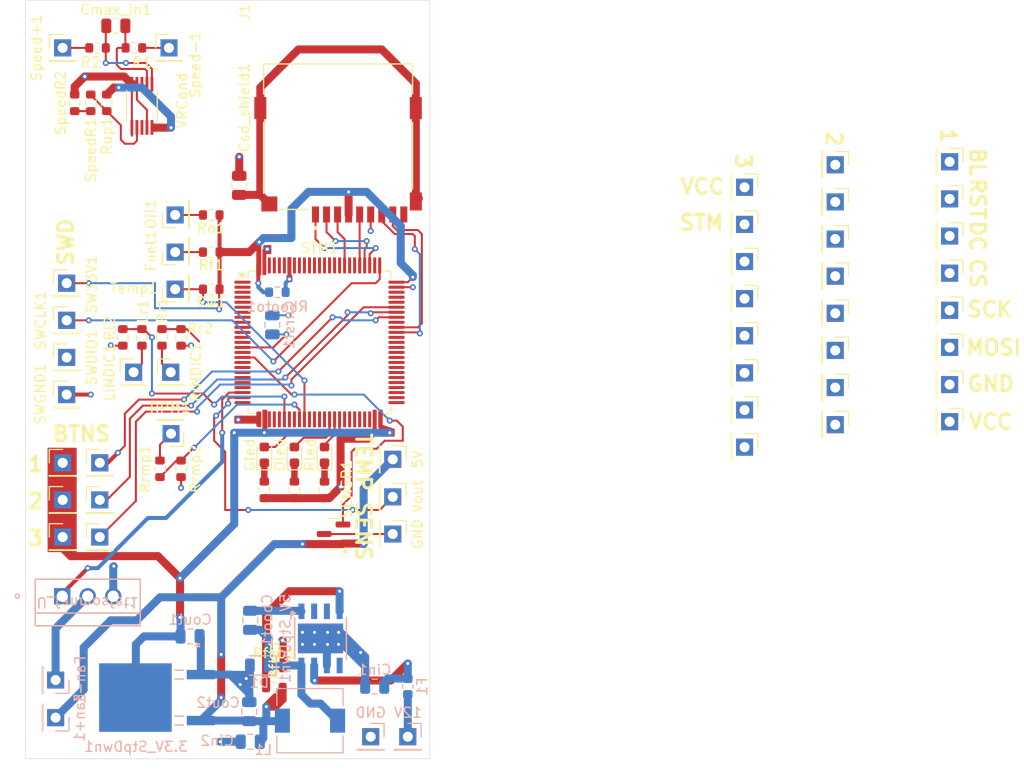
<source format=kicad_pcb>
(kicad_pcb (version 20240108) (generator "pcbnew") (generator_version "8.0")
  (layers (0 "F.Cu" signal) (1 "In1.Cu" signal) (2 "In2.Cu" signal) (31 "B.Cu" signal) (34 "B.Paste" user) (35 "F.Paste" user) (36 "B.SilkS" user "B.Silkscreen") (37 "F.SilkS" user "F.Silkscreen") (38 "B.Mask" user) (39 "F.Mask" user) (44 "Edge.Cuts" user))
  (net 0 "")
  (net 1 "Net-(5V_StpDwn1-PH)")
  (net 2 "GND")
  (net 3 "Net-(5V_StpDwn1-BOOT)")
  (net 4 "Net-(BL_SPI1-Pin_1)")
  (net 5 "Net-(CS_SPI1-Pin_1)")
  (net 6 "Net-(CS_SPI2-Pin_1)")
  (net 7 "Net-(CS_SPI3-Pin_1)")
  (net 8 "+3.3V")
  (net 9 "Net-(DC_SPI1-Pin_1)")
  (net 10 "Net-(DC_SPI2-Pin_1)")
  (net 11 "Net-(DC_SPI3-Pin_1)")
  (net 12 "Net-(5V_StpDwn1-VSENSE)")
  (net 13 "Fuel")
  (net 15 "SD_CMD")
  (net 16 "SD_DAT0")
  (net 17 "SD_DAT3")
  (net 18 "SD_DAT1")
  (net 19 "SD_CLK")
  (net 20 "SD_DAT2")
  (net 21 "VCC")
  (net 22 "Net-(LINDIC1-Pin_1)")
  (net 23 "+5V")
  (net 24 "Net-(STM1-BOOT0)")
  (net 25 "Net-(MOSI_SPI1-Pin_1)")
  (net 26 "Net-(MOSI_SPI2-Pin_1)")
  (net 27 "Net-(MOSI_SPI3-Pin_1)")
  (net 28 "Net-(VRConditioner1-IN+)")
  (net 29 "Oil")
  (net 30 "WTemp")
  (net 31 "LIndicator")
  (net 32 "RIndicator")
  (net 33 "Net-(VRConditioner1-IN-)")
  (net 34 "RPM")
  (net 35 "Net-(RPM1-Pin_1)")
  (net 36 "Net-(Speed+1-Pin_1)")
  (net 37 "Net-(Speed-1-Pin_1)")
  (net 38 "Speed")
  (net 39 "Net-(STM1-NRST)")
  (net 40 "Net-(RST_SPI1-Pin_1)")
  (net 41 "Net-(RST_SPI2-Pin_1)")
  (net 42 "Net-(RST_SPI3-Pin_1)")
  (net 43 "Net-(SCK_SPI1-Pin_1)")
  (net 44 "Net-(SCK_SPI2-Pin_1)")
  (net 45 "Net-(SCK_SPI3-Pin_1)")
  (net 46 "SWCLK")
  (net 47 "SWDIO")
  (net 48 "Net-(Csd_shield1-Pad2)")
  (net 49 "Net-(LED1-A)")
  (net 50 "Net-(LED2-A)")
  (net 51 "Net-(LED3-A)")
  (net 52 "Net-(RINDIC1-Pin_1)")
  (net 53 "Net-(VRConditioner1-COUT)")
  (net 56 "Net-(Vcc1-Pin_1)")
  (net 65 "Button1")
  (net 66 "Button2")
  (net 85 "Button3")
  (net 91 "Net-(LED1-K)")
  (net 107 "Net-(LED2-K)")
  (net 108 "Net-(LED3-K)")
  (net 109 "TEMP2")
  (net 110 "TEMP1")
  (net 111 "Net-(Fan-1-Pin_1)")
  (net 112 "FANCTRL")
  (footprint "Resistor_SMD:R_0603_1608Metric" (layer "F.Cu") (at 149.3 67.325 90)
    (property "Reference" "SpeedR2")
    (property "Value" "20k")
  )
  (footprint "Resistor_SMD:R_0603_1608Metric" (layer "F.Cu") (at 174.2 105.9 90)
    (property "Reference" "Rled3" (hide yes))
    (property "Value" "150")
  )
  (footprint "Connector_PinHeader_2.54mm:PinHeader_1x01_P2.54mm_Vertical" (layer "F.Cu") (at 216.06 90.54 -90)
    (property "Reference" "SCK_SPI3" (hide yes))
    (property "Value" "Conn_01x01_Pin")
  )
  (footprint "Connector_PinHeader_2.54mm:PinHeader_1x01_P2.54mm_Vertical" (layer "F.Cu") (at 148.5 96.4)
    (property "Reference" "SWGND1")
    (property "Value" "Conn_01x01_Pin")
  )
  (footprint "Connector_PinHeader_2.54mm:PinHeader_1x01_P2.54mm_Vertical" (layer "F.Cu") (at 236.5 91.7 -90)
    (property "Reference" "MOSI_SPI1" (hide yes))
    (property "Value" "Conn_01x01_Pin")
  )
  (footprint "Connector_PinHeader_2.54mm:PinHeader_1x01_P2.54mm_Vertical" (layer "F.Cu") (at 236.5 99.1 -90)
    (property "Reference" "VCC_SPI_1" (hide yes))
    (property "Value" "Conn_01x01_Pin")
  )
  (footprint "Resistor_SMD:R_0603_1608Metric" (layer "F.Cu") (at 162.9125 85.9 180)
    (property "Reference" "Rw1")
    (property "Value" "100")
  )
  (footprint "Connector_PinHeader_2.54mm:PinHeader_1x01_P2.54mm_Vertical" (layer "F.Cu") (at 225.1 80.9 -90)
    (property "Reference" "DC_SPI2" (hide yes))
    (property "Value" "Conn_01x01_Pin")
  )
  (footprint "Connector_PinHeader_2.54mm:PinHeader_1x01_P2.54mm_Vertical" (layer "F.Cu") (at 148.5 89)
    (property "Reference" "SWCLK1")
    (property "Value" "Conn_01x01_Pin")
  )
  (footprint "Connector_PinHeader_2.54mm:PinHeader_1x01_P2.54mm_Vertical" (layer "F.Cu") (at 148.5 92.7)
    (property "Reference" "SWDIO1")
    (property "Value" "Conn_01x01_Pin")
  )
  (footprint "Connector_PinHeader_2.54mm:PinHeader_1x01_P2.54mm_Vertical" (layer "F.Cu") (at 151.8 106.9)
    (property "Reference" "ButtonInput_2" (hide yes))
    (property "Value" "Conn_01x01_Pin")
  )
  (footprint "Connector_PinHeader_2.54mm:PinHeader_1x01_P2.54mm_Vertical" (layer "F.Cu") (at 159.3875 78.42988 90)
    (property "Reference" "Oil1")
    (property "Value" "Conn_01x01_Pin")
  )
  (footprint "Connector_PinHeader_2.54mm:PinHeader_1x01_P2.54mm_Vertical" (layer "F.Cu") (at 216.06 94.24 -90)
    (property "Reference" "MOSI_SPI3" (hide yes))
    (property "Value" "Conn_01x01_Pin")
  )
  (footprint "Connector_PinHeader_2.54mm:PinHeader_1x01_P2.54mm_Vertical" (layer "F.Cu") (at 151.8 110.6)
    (property "Reference" "ButtonInput_3" (hide yes))
    (property "Value" "Conn_01x01_Pin")
  )
  (footprint "Resistor_SMD:R_0603_1608Metric" (layer "F.Cu") (at 159.9 90.7 -90)
    (property "Reference" "Rr2")
    (property "Value" "10k")
  )
  (footprint "Connector_PinHeader_2.54mm:PinHeader_1x01_P2.54mm_Vertical" (layer "F.Cu") (at 158.7 61.85)
    (property "Reference" "Speed-1")
    (property "Value" "Conn_01x01_Pin")
  )
  (footprint "LED_SMD:LED_0603_1608Metric" (layer "F.Cu") (at 174.2 102.4125 90)
    (property "Reference" "Rled")
    (property "Value" "Red")
  )
  (footprint "Resistor_SMD:R_0603_1608Metric" (layer "F.Cu") (at 162.9125 82.2 180)
    (property "Reference" "Rf1")
    (property "Value" "100")
  )
  (footprint "Capacitor_SMD:C_0805_2012Metric" (layer "F.Cu") (at 165.7 75.55 -90)
    (property "Reference" "Csd_shield1")
    (property "Value" "50nF")
  )
  (footprint "Connector_PinHeader_2.54mm:PinHeader_1x01_P2.54mm_Vertical" (layer "F.Cu") (at 236.5 95.4 -90)
    (property "Reference" "GND_SPI_1" (hide yes))
    (property "Value" "Conn_01x01_Pin")
  )
  (footprint "LED_SMD:LED_0603_1608Metric" (layer "F.Cu") (at 171.2 102.4125 90)
    (property "Reference" "Oled")
    (property "Value" "Orange")
  )
  (footprint "Connector_PinHeader_2.54mm:PinHeader_1x01_P2.54mm_Vertical" (layer "F.Cu") (at 148.5 85.3)
    (property "Reference" "SW33V1")
    (property "Value" "Conn_01x01_Pin")
  )
  (footprint "Connector_PinHeader_2.54mm:PinHeader_1x01_P2.54mm_Vertical" (layer "F.Cu") (at 216.06 86.84 -90)
    (property "Reference" "CS_SPI3" (hide yes))
    (property "Value" "Conn_01x01_Pin")
  )
  (footprint "Connector_PinHeader_2.54mm:PinHeader_1x01_P2.54mm_Vertical" (layer "F.Cu") (at 225.1 95.7 -90)
    (property "Reference" "GND_SPI_2" (hide yes))
    (property "Value" "Conn_01x01_Pin")
  )
  (footprint "Resistor_SMD:R_0603_1608Metric" (layer "F.Cu") (at 158 90.7 90)
    (property "Reference" "Rr1")
    (property "Value" "40k")
  )
  (footprint "Connector_PinHeader_2.54mm:PinHeader_1x01_P2.54mm_Vertical" (layer "F.Cu") (at 236.5 80.6 -90)
    (property "Reference" "DC_SPI1" (hide yes))
    (property "Value" "Conn_01x01_Pin")
  )
  (footprint "Connector_PinHeader_2.54mm:PinHeader_1x01_P2.54mm_Vertical" (layer "F.Cu") (at 225.1 88.3 -90)
    (property "Reference" "SCK_SPI2" (hide yes))
    (property "Value" "Conn_01x01_Pin")
  )
  (footprint "Connector_PinHeader_2.54mm:PinHeader_1x01_P2.54mm_Vertical" (layer "F.Cu") (at 148.1 110.6)
    (property "Reference" "Button3.3V_3" (hide yes))
    (property "Value" "Conn_01x01_Pin")
  )
  (footprint "Resistor_SMD:R_0603_1608Metric" (layer "F.Cu") (at 150.9 67.325 -90)
    (property "Reference" "SpeedR1")
    (property "Value" "10k")
  )
  (footprint "Connector_PinHeader_2.54mm:PinHeader_1x01_P2.54mm_Vertical" (layer "F.Cu") (at 159.3875 82.12988 90)
    (property "Reference" "Fuel1")
    (property "Value" "Conn_01x01_Pin")
  )
  (footprint "Resistor_SMD:R_0603_1608Metric" (layer "F.Cu") (at 168.2 105.9 90)
    (property "Reference" "Rled1" (hide yes))
    (property "Value" "30")
  )
  (footprint "Resistor_SMD:R_0603_1608Metric" (layer "F.Cu") (at 151.575 61.85)
    (property "Reference" "R2")
    (property "Value" "10k")
  )
  (footprint "Connector_PinHeader_2.54mm:PinHeader_1x01_P2.54mm_Vertical" (layer "F.Cu") (at 236.5 73.2 -90)
    (property "Reference" "BL_SPI1" (hide yes))
    (property "Value" "Conn_01x01_Pin")
  )
  (footprint "Connector_PinHeader_2.54mm:PinHeader_1x01_P2.54mm_Vertical" (layer "F.Cu") (at 216.06 83.14 -90)
    (property "Reference" "DC_SPI3" (hide yes))
    (property "Value" "Conn_01x01_Pin")
  )
  (footprint "Connector_PinHeader_2.54mm:PinHeader_1x01_P2.54mm_Vertical" (layer "F.Cu") (at 236.5 88 -90)
    (property "Reference" "SCK_SPI1" (hide yes))
    (property "Value" "Conn_01x01_Pin")
  )
  (footprint "MAX9924UAUB:SOP50P490X110-10N" (layer "F.Cu") (at 156 67.625 -90)
    (property "Reference" "VRCond")
    (property "Value" "MAX9924UAUB_T")
  )
  (footprint "Connector_PinHeader_2.54mm:PinHeader_1x01_P2.54mm_Vertical" (layer "F.Cu") (at 225.1 77.2 -90)
    (property "Reference" "RST_SPI2" (hide yes))
    (property "Value" "Conn_01x01_Pin")
  )
  (footprint "Connector_PinHeader_2.54mm:PinHeader_1x01_P2.54mm_Vertical" (layer "F.Cu") (at 216.06 101.64 -90)
    (property "Reference" "VCC_SPI_3" (hide yes))
    (property "Value" "Conn_01x01_Pin")
  )
  (footprint "Package_TO_SOT_SMD:SOT-23" (layer "F.Cu") (at 175.1 110.3 180)
    (property "Reference" "SENSR1")
    (property "Value" "MCP9700Ax-ETT")
  )
  (footprint "Connector_PinHeader_2.54mm:PinHeader_1x01_P2.54mm_Vertical" (layer "F.Cu") (at 148.1 106.9)
    (property "Reference" "Button3.3V_2" (hide yes))
    (property "Value" "Conn_01x01_Pin")
  )
  (footprint "Connector_PinHeader_2.54mm:PinHeader_1x01_P2.54mm_Vertical" (layer "F.Cu") (at 159.3875 85.82988 90)
    (property "Reference" "Temp1")
    (property "Value" "Conn_01x01_Pin")
  )
  (footprint "Connector_PinHeader_2.54mm:PinHeader_1x01_P2.54mm_Vertical" (layer "F.Cu") (at 148.1 61.85)
    (property "Reference" "Speed+1")
    (property "Value" "Conn_01x01_Pin")
  )
  (footprint "Connector_PinHeader_2.54mm:PinHeader_1x01_P2.54mm_Vertical" (layer "F.Cu") (at 216.06 97.94 -90)
    (property "Reference" "GND_SPI_3" (hide yes))
    (property "Value" "Conn_01x01_Pin")
  )
  (footprint "Connector_PinHeader_2.54mm:PinHeader_1x01_P2.54mm_Vertical" (layer "F.Cu") (at 151.8 103.2)
    (property "Reference" "ButtonInput_1" (hide yes))
    (property "Value" "Conn_01x01_Pin")
  )
  (footprint "Connector_PinHeader_2.54mm:PinHeader_1x01_P2.54mm_Vertical" (layer "F.Cu") (at 148.1 103.2)
    (property "Reference" "Button3.3V_1" (hide yes))
    (property "Value" "Conn_01x01_Pin")
  )
  (footprint "Connector_PinHeader_2.54mm:PinHeader_1x01_P2.54mm_Vertical" (layer "F.Cu") (at 158.87012 94.175)
    (property "Reference" "RINDIC1")
    (property "Value" "Conn_01x01_Pin")
  )
  (footprint "Connector_PinHeader_2.54mm:PinHeader_1x01_P2.54mm_Vertical" (layer "F.Cu") (at 225.1 99.4 -90)
    (property "Reference" "VCC_SPI_2" (hide yes))
    (property "Value" "Conn_01x01_Pin")
  )
  (footprint "Connector_PinHeader_2.54mm:PinHeader_1x01_P2.54mm_Vertical" (layer "F.Cu") (at 155.17012 94.175)
    (property "Reference" "LINDIC1")
    (property "Value" "Conn_01x01_Pin")
  )
  (footprint "Connector_PinHeader_2.54mm:PinHeader_1x01_P2.54mm_Vertical" (layer "F.Cu") (at 225.1 84.6 -90)
    (property "Reference" "CS_SPI2" (hide yes))
    (property "Value" "Conn_01x01_Pin")
  )
  (footprint "Package_QFP:LQFP-100_14x14mm_P0.5mm" (layer "F.Cu") (at 173.7 91.2)
    (property "Reference" "STM1")
    (property "Value" "STM32H743VITx")
  )
  (footprint "Resistor_SMD:R_0603_1608Metric" (layer "F.Cu") (at 156 90.7 90)
    (property "Reference" "Lr1")
    (property "Value" "40k")
  )
  (footprint "Resistor_SMD:R_0603_1608Metric" (layer "F.Cu") (at 159.9 103.8 90)
    (property "Reference" "Rrmp2")
    (property "Value" "10k")
  )
  (footprint "Connector_PinHeader_2.54mm:PinHeader_1x01_P2.54mm_Vertical" (layer "F.Cu") (at 181 106.6 -90)
    (property "Reference" "Vout")
    (property "Value" "Conn_01x01_Pin")
  )
  (footprint "LED_SMD:LED_0603_1608Metric" (layer "F.Cu") (at 168.2 102.4125 90)
    (property "Reference" "Gled")
    (property "Value" "Green")
  )
  (footprint "Resistor_SMD:R_0603_1608Metric" (layer "F.Cu") (at 171.2 105.9 90)
    (property "Reference" "Rled2" (hide yes))
    (property "Value" "150")
  )
  (footprint "Connector_PinHeader_2.54mm:PinHeader_1x01_P2.54mm_Vertical" (layer "F.Cu") (at 181 102.85488 -90)
    (property "Reference" "5V")
    (property "Value" "Conn_01x01_Pin")
  )
  (footprint "Resistor_SMD:R_0603_1608Metric" (layer "F.Cu") (at 162.9125 78.5 180)
    (property "Reference" "Ro1")
    (property "Value" "100")
  )
  (footprint "Connector_PinHeader_2.54mm:PinHeader_1x01_P2.54mm_Vertical" (layer "F.Cu") (at 158.82988 100.225 180)
    (property "Reference" "RPM1")
    (property "Value" "Conn_01x01_Pin")
  )
  (footprint "Resistor_SMD:R_0603_1608Metric" (layer "F.Cu") (at 157.8 103.8 90)
    (property "Reference" "Rrmp1")
    (property "Value" "40k")
  )
  (footprint "Capacitor_SMD:C_0805_2012Metric" (layer "F.Cu") (at 153.4 59.65 180)
    (property "Reference" "Cmax_in1")
    (property "Value" "1nF")
  )
  (footprint "Resistor_SMD:R_0603_1608Metric" (layer "F.Cu") (at 154.1 90.7 -90)
    (property "Reference" "Rl2")
    (property "Value" "10k")
  )
  (footprint "MSD-1-A:CUI_MSD-1-A" (layer "F.Cu") (at 175.55 70.7 180)
    (property "Reference" "J1")
    (property "Value" "MSD-1-A")
  )
  (footprint "Connector_PinHeader_2.54mm:PinHeader_1x01_P2.54mm_Vertical" (layer "F.Cu") (at 225.1 92 -90)
    (property "Reference" "MOSI_SPI2" (hide yes))
    (property "Value" "Conn_01x01_Pin")
  )
  (footprint "Connector_PinHeader_2.54mm:PinHeader_1x01_P2.54mm_Vertical" (layer "F.Cu") (at 216.06 79.44 -90)
    (property "Reference" "RST_SPI3" (hide yes))
    (property "Value" "Conn_01x01_Pin")
  )
  (footprint "Connector_PinHeader_2.54mm:PinHeader_1x01_P2.54mm_Vertical" (layer "F.Cu") (at 181 110.3 -90)
    (property "Reference" "GND")
    (property "Value" "Conn_01x01_Pin")
  )
  (footprint "Resistor_SMD:R_0603_1608Metric" (layer "F.Cu") (at 169.2 125.6)
    (property "Reference" "Rfbt1")
    (property "Value" "10k")
  )
  (footprint "Connector_PinHeader_2.54mm:PinHeader_1x01_P2.54mm_Vertical" (layer "F.Cu") (at 236.5 76.9 -90)
    (property "Reference" "RST_SPI1" (hide yes))
    (property "Value" "Conn_01x01_Pin")
  )
  (footprint "Connector_PinHeader_2.54mm:PinHeader_1x01_P2.54mm_Vertical" (layer "F.Cu") (at 216.06 75.74 -90)
    (property "Reference" "BL_SPI3" (hide yes))
    (property "Value" "Conn_01x01_Pin")
  )
  (footprint "Connector_PinHeader_2.54mm:PinHeader_1x01_P2.54mm_Vertical" (layer "F.Cu") (at 225.1 73.5 -90)
    (property "Reference" "BL_SPI2" (hide yes))
    (property "Value" "Conn_01x01_Pin")
  )
  (footprint "Resistor_SMD:R_0603_1608Metric" (layer "F.Cu") (at 152.5 67.325 90)
    (property "Reference" "Rup1")
    (property "Value" "10k")
  )
  (footprint "Resistor_SMD:R_0603_1608Metric" (layer "F.Cu") (at 169.2 123.6)
    (property "Reference" "Rfbb1")
    (property "Value" "3.24k")
  )
  (footprint "Resistor_SMD:R_0603_1608Metric" (layer "F.Cu") (at 155.2 61.85 180)
    (property "Reference" "R1")
    (property "Value" "10k")
  )
  (footprint "Connector_PinHeader_2.54mm:PinHeader_1x01_P2.54mm_Vertical" (layer "F.Cu") (at 236.5 84.3 -90)
    (property "Reference" "CS_SPI1" (hide yes))
    (property "Value" "Conn_01x01_Pin")
  )
  (footprint "Capacitor_SMD:C_0805_2012Metric" (layer "B.Cu") (at 160.8 120.5 180)
    (property "Reference" "Cout1")
    (property "Value" "10uF")
  )
  (footprint "NCV33269DTRK3.3G:DPAK-3_ONS-M" (layer "B.Cu") (at 155.4045 126.6 -90)
    (property "Reference" "3.3V_StpDwn1")
    (property "Value" "NCV33269DTRK3.3G")
  )
  (footprint "Connector_PinHeader_2.54mm:PinHeader_1x01_P2.54mm_Vertical" (layer "B.Cu") (at 182.5 130.5 180)
    (property "Reference" "12V")
    (property "Value" "Conn_01x01_Pin")
  )
  (footprint "Connector_PinHeader_2.54mm:PinHeader_1x01_P2.54mm_Vertical" (layer "B.Cu") (at 147.4 124.85 90)
    (property "Reference" "Fan-1")
    (property "Value" "Conn_01x01_Pin")
  )
  (footprint "Connector_PinHeader_2.54mm:PinHeader_1x01_P2.54mm_Vertical" (layer "B.Cu") (at 147.4 128.6 90)
    (property "Reference" "Fan+1")
    (property "Value" "Conn_01x01_Pin")
  )
  (footprint "Capacitor_SMD:C_0805_2012Metric" (layer "B.Cu") (at 166.8 118.9 90)
    (property "Reference" "Cboot1")
    (property "Value" "10nF")
  )
  (footprint "Capacitor_SMD:C_0805_2012Metric" (layer "B.Cu") (at 166.7 128 90)
    (property "Reference" "Cout2")
    (property "Value" "330uF")
  )
  (footprint "Resistor_SMD:R_0603_1608Metric" (layer "B.Cu") (at 169.5 86.2)
    (property "Reference" "Rbooto1")
    (property "Value" "10K")
  )
  (footprint "Inductor_SMD:L_6.3x6.3_H3" (layer "B.Cu") (at 172.75 128.9 180)
    (property "Reference" "L1")
    (property "Value" "15uH")
  )
  (footprint "Capacitor_SMD:C_0805_2012Metric" (layer "B.Cu") (at 179.2 125.5 180)
    (property "Reference" "Cin1")
    (property "Value" "22uF")
  )
  (footprint "Capacitor_SMD:C_0805_2012Metric" (layer "B.Cu") (at 169 89.45 90)
    (property "Reference" "Cnrst1")
    (property "Value" "100nF")
  )
  (footprint "Diode_SMD:D_0805_2012Metric" (layer "B.Cu") (at 167.7 123.4 180)
    (property "Reference" "D1")
    (property "Value" "550mV 5A")
  )
  (footprint "Capacitor_SMD:C_0805_2012Metric" (layer "B.Cu") (at 166.8 131 180)
    (property "Reference" "Cin2")
    (property "Value" "22uF")
  )
  (footprint "Fuse:Fuse_0603_1608Metric" (layer "B.Cu") (at 182.5 125.5 90)
    (property "Reference" "F1")
    (property "Value" "1.5A")
  )
  (footprint "Package_SO:TI_SO-PowerPAD-8_ThermalVias" (layer "B.Cu") (at 173.8 120.7 -90)
    (property "Reference" "5V_StpDwn1")
    (property "Value" "TPS5430DDA")
  )
  (footprint "Connector_PinHeader_2.54mm:PinHeader_1x01_P2.54mm_Vertical" (layer "B.Cu") (at 178.8 130.5 180)
    (property "Reference" "GND")
    (property "Value" "Conn_01x01_Pin")
  )
  (footprint "IRL540NPBF:PG-TO220-3_INF" (layer "B.Cu") (at 148.06 116.5)
    (property "Reference" "U_fanmosfet1")
    (property "Value" "IRL540NPBF")
  )
  (gr_poly (pts (xy 170.6 84.6) (xy 170.5 84.6) (xy 170.5 85.1) (xy 170.9 85.1) (xy 170.9 84.6) (xy 170.8 84.6) (xy 170.8 82.8) (xy 170.6 82.8)) (stroke (width 0.2)) (fill solid) (layer "F.Cu") (net 24))
  (gr_poly (pts (xy 168.1 84.4) (xy 168.3 84.4) (xy 168.3 82.3) (xy 168.8 82.3) (xy 168.8 81.6) (xy 168.2 81.6) (xy 168.2 82) (xy 168.1 82)) (stroke (width 0.2)) (fill solid) (layer "F.Cu") (net 2))
  (gr_poly (pts (xy 146.7 101.8) (xy 149.4 101.8) (xy 149.4 112) (xy 146.7 112)) (stroke (width 0.2)) (fill solid) (layer "F.Cu") (net 8))
  (gr_poly (pts (xy 168.1 98) (xy 168.4 98) (xy 168.4 100.5) (xy 168.1 100.5)) (stroke (width 0.2)) (fill solid) (layer "F.Cu") (net 8))
  (gr_poly (pts (xy 179.1 98) (xy 179.3 98) (xy 179.3 100.3) (xy 178.7 101) (xy 178.4 100.5) (xy 178.9 100.2) (xy 179.1 99.7)) (stroke (width 0.2)) (fill solid) (layer "F.Cu") (net 2))
  (gr_poly (pts (xy 179.7 98) (xy 179.9 98) (xy 179.9 99.5) (xy 181.1 99.9) (xy 181.1 100.5) (xy 179.7 100.5)) (stroke (width 0.2)) (fill solid) (layer "F.Cu") (net 8))
  (gr_poly (pts (xy 167.8 81.3) (xy 167.8 84.4) (xy 167.5 84.4) (xy 167.5 81.6)) (stroke (width 0.2)) (fill solid) (layer "F.Cu") (net 8))
  (gr_poly (pts (xy 165.3 98.6) (xy 165.3 99.2) (xy 167.5 99.2) (xy 167.5 99.5) (xy 167.8 99.5) (xy 167.8 98.2) (xy 167.5 98.2) (xy 167.5 98.6)) (stroke (width 0.2)) (fill solid) (layer "F.Cu") (net 2))
  (gr_rect (start 144.4 57.1) (end 184.7 132.7) (stroke (width 0.05)) (fill none) (layer "Edge.Cuts"))
  (gr_text "1" (at 145.4 104.2 0) (layer "F.SilkS") (effects (font (size 1.5 1.5) (thickness 0.3) (bold yes)) (justify bottom)))
  (gr_text "STM" (at 211.76 80.14 0) (layer "F.SilkS") (effects (font (size 1.5 1.5) (thickness 0.3) (bold yes)) (justify bottom)))
  (gr_text "VCC" (at 211.86 76.54 0) (layer "F.SilkS") (effects (font (size 1.5 1.5) (thickness 0.3) (bold yes)) (justify bottom)))
  (gr_text "SWD" (at 149.3 81.2 90) (layer "F.SilkS") (effects (font (size 1.5 1.5) (thickness 0.3) (bold yes)) (justify bottom)))
  (gr_text "TEMP SENS" (at 177.2 106.6 -90) (layer "F.SilkS") (effects (font (size 1.5 1.5) (thickness 0.3) (bold yes)) (justify bottom)))
  (gr_text "VCC" (at 240.6 100 0) (layer "F.SilkS") (effects (font (size 1.5 1.5) (thickness 0.3) (bold yes)) (justify bottom)))
  (gr_text "2" (at 224.1 70.9 -90) (layer "F.SilkS") (effects (font (size 1.5 1.5) (thickness 0.3) (bold yes)) (justify bottom)))
  (gr_text "2" (at 145.4 107.9 0) (layer "F.SilkS") (effects (font (size 1.5 1.5) (thickness 0.3) (bold yes)) (justify bottom)))
  (gr_text "SCK" (at 240.5 88.8 0) (layer "F.SilkS") (effects (font (size 1.5 1.5) (thickness 0.3) (bold yes)) (justify bottom)))
  (gr_text "DC" (at 238.4 80.6 -90) (layer "F.SilkS") (effects (font (size 1.5 1.5) (thickness 0.3) (bold yes)) (justify bottom)))
  (gr_text "1" (at 235.5 70.6 -90) (layer "F.SilkS") (effects (font (size 1.5 1.5) (thickness 0.3) (bold yes)) (justify bottom)))
  (gr_text "BL" (at 238.4 73.2 -90) (layer "F.SilkS") (effects (font (size 1.5 1.5) (thickness 0.3) (bold yes)) (justify bottom)))
  (gr_text "BTNS" (at 150 101.2 0) (layer "F.SilkS") (effects (font (size 1.5 1.5) (thickness 0.3) (bold yes)) (justify bottom)))
  (gr_text "GND" (at 240.6 96.2 0) (layer "F.SilkS") (effects (font (size 1.5 1.5) (thickness 0.3) (bold yes)) (justify bottom)))
  (gr_text "MOSI" (at 240.9 92.6 0) (layer "F.SilkS") (effects (font (size 1.5 1.5) (thickness 0.3) (bold yes)) (justify bottom)))
  (gr_text "RST" (at 238.4 76.9 -90) (layer "F.SilkS") (effects (font (size 1.5 1.5) (thickness 0.3) (bold yes)) (justify bottom)))
  (gr_text "CS" (at 238.4 84.3 -90) (layer "F.SilkS") (effects (font (size 1.5 1.5) (thickness 0.3) (bold yes)) (justify bottom)))
  (gr_text "3" (at 215.06 73.14 -90) (layer "F.SilkS") (effects (font (size 1.5 1.5) (thickness 0.3) (bold yes)) (justify bottom)))
  (gr_text "3" (at 145.4 111.6 0) (layer "F.SilkS") (effects (font (size 1.5 1.5) (thickness 0.3) (bold yes)) (justify bottom)))
  (segment (start 175.5 128.9) (end 173.8 127.2) (width 0.8) (layer "B.Cu") (net 1))
  (segment (start 172.8 127.2) (end 171.895 126.295) (width 0.8) (layer "B.Cu") (net 1))
  (segment (start 167.75 119.85) (end 168.6375 120.7375) (width 0.8) (layer "B.Cu") (net 1))
  (segment (start 168.6375 123.4) (end 171.895 123.4) (width 0.8) (layer "B.Cu") (net 1))
  (segment (start 173.8 127.2) (end 172.8 127.2) (width 0.8) (layer "B.Cu") (net 1))
  (segment (start 171.895 126.295) (end 171.895 123.4) (width 0.8) (layer "B.Cu") (net 1))
  (segment (start 166.8 119.85) (end 167.75 119.85) (width 0.8) (layer "B.Cu") (net 1))
  (segment (start 168.6375 120.7375) (end 168.6375 123.4) (width 0.8) (layer "B.Cu") (net 1))
  (segment (start 178.8 78.45) (end 178.8 80.1) (width 0.2) (layer "F.Cu") (net 2))
  (segment (start 165.625 98.875) (end 165.6 98.9) (width 0.2) (layer "F.Cu") (net 2))
  (segment (start 159.9 91.525) (end 160.875 91.525) (width 0.2) (layer "F.Cu") (net 2))
  (segment (start 152.925 91.525) (end 152.9 91.5) (width 0.2) (layer "F.Cu") (net 2))
  (segment (start 155 65.475) (end 155.5 65.475) (width 0.2) (layer "F.Cu") (net 2))
  (segment (start 170.025 120.925) (end 170 120.9) (width 0.8) (layer "F.Cu") (net 2))
  (segment (start 155.5 67.025) (end 156.5 68.025) (width 0.2) (layer "F.Cu") (net 2))
  (segment (start 174.675 106.725) (end 175.8 105.6) (width 0.8) (layer "F.Cu") (net 2))
  (segment (start 155 65.475) (end 155 69.775) (width 0.2) (layer "F.Cu") (net 2))
  (segment (start 159.9 104.625) (end 159.9 105.7) (width 0.2) (layer "F.Cu") (net 2))
  (segment (start 181.375 85.7) (end 183 85.7) (width 0.2) (layer "F.Cu") (net 2))
  (segment (start 178.5 100.8) (end 178.6 100.7) (width 0.8) (layer "F.Cu") (net 2))
  (segment (start 149.3 66.5) (end 149.3 65.7) (width 0.8) (layer "F.Cu") (net 2))
  (segment (start 155.5 65.475) (end 155.5 67.025) (width 0.2) (layer "F.Cu") (net 2))
  (segment (start 175.8 100.8) (end 178.5 100.8) (width 0.8) (layer "F.Cu") (net 2))
  (segment (start 148.5 96.4) (end 150.9 96.4) (width 0.4) (layer "F.Cu") (net 2))
  (segment (start 160.875 91.525) (end 160.9 91.5) (width 0.2) (layer "F.Cu") (net 2))
  (segment (start 174.2 106.725) (end 174.675 106.725) (width 0.8) (layer "F.Cu") (net 2))
  (segment (start 154.225 64.7) (end 155 65.475) (width 0.8) (layer "F.Cu") (net 2))
  (segment (start 155 69.775) (end 155 70.6) (width 0.2) (layer "F.Cu") (net 2))
  (segment (start 155 65.475) (end 155.26 65.475) (width 0.8) (layer "F.Cu") (net 2))
  (segment (start 156.5 68.025) (end 156.5 69.775) (width 0.2) (layer "F.Cu") (net 2))
  (segment (start 170.025 123.6) (end 170.025 120.925) (width 0.8) (layer "F.Cu") (net 2))
  (segment (start 168.2 106.725) (end 171.2 106.725) (width 0.8) (layer "F.Cu") (net 2))
  (segment (start 165.7 74.6) (end 165.7 72.7) (width 0.8) (layer "F.Cu") (net 2))
  (segment (start 154.1 91.525) (end 152.925 91.525) (width 0.2) (layer "F.Cu") (net 2))
  (segment (start 174.1625 110.3) (end 181 110.3) (width 0.2) (layer "F.Cu") (net 2))
  (segment (start 149.3 65.7) (end 150.3 64.7) (width 0.8) (layer "F.Cu") (net 2))
  (segment (start 150.3 64.7) (end 154.225 64.7) (width 0.8) (layer "F.Cu") (net 2))
  (segment (start 171.2 106.725) (end 174.2 106.725) (width 0.8) (layer "F.Cu") (net 2))
  (segment (start 175.8 105.6) (end 175.8 100.8) (width 0.8) (layer "F.Cu") (net 2))
  (via (at 166.4 124.7) (size 0.6) (drill 0.3) (layers "F.Cu" "B.Cu") (net 2))
  (via (at 160.9 91.5) (size 0.6) (drill 0.3) (layers "F.Cu" "B.Cu") (net 2))
  (via (at 165.7 72.7) (size 0.6) (drill 0.3) (layers "F.Cu" "B.Cu") (net 2))
  (via (at 150.3 64.7) (size 0.6) (drill 0.3) (layers "F.Cu" "B.Cu") (net 2))
  (via (at 178.8 80.1) (size 0.6) (drill 0.3) (layers "F.Cu" "B.Cu") (net 2))
  (via (at 170 120.9) (size 0.6) (drill 0.3) (layers "F.Cu" "B.Cu") (net 2))
  (via (at 183 85.7) (size 0.6) (drill 0.3) (layers "F.Cu" "B.Cu") (net 2))
  (via (at 152.9 91.5) (size 0.6) (drill 0.3) (layers "F.Cu" "B.Cu") (net 2))
  (via (at 165.8 125.3) (size 0.6) (drill 0.3) (layers "F.Cu" "B.Cu") (net 2))
  (via (at 170.6 88.5) (size 0.6) (drill 0.3) (layers "F.Cu" "B.Cu") (net 2))
  (via (at 150.9 96.4) (size 0.6) (drill 0.3) (layers "F.Cu" "B.Cu") (net 2))
  (via (at 168.5 81.9) (size 0.6) (drill 0.3) (layers "F.Cu" "B.Cu") (net 2))
  (via (at 165.6 98.9) (size 0.6) (drill 0.3) (layers "F.Cu" "B.Cu") (net 2))
  (via (at 177.8 122.1) (size 0.6) (drill 0.3) (layers "F.Cu" "B.Cu") (net 2))
  (via (at 163.8 131) (size 0.6) (drill 0.3) (layers "F.Cu" "B.Cu") (net 2))
  (via (at 153.2 113.5) (size 0.6) (drill 0.3) (layers "F.Cu" "B.Cu") (net 2))
  (via (at 175.8 105.6) (size 0.6) (drill 0.3) (layers "F.Cu" "B.Cu") (net 2))
  (via (at 159.9 105.7) (size 0.6) (drill 0.3) (layers "F.Cu" "B.Cu") (net 2))
  (segment (start 175.6 120.1) (end 175.8 120.1) (width 0.8) (layer "B.Cu") (net 2))
  (segment (start 164.809999 124.309999) (end 165.8 125.3) (width 0.8) (layer "B.Cu") (net 2))
  (segment (start 178.25 123.5) (end 178.25 122.55) (width 0.8) (layer "B.Cu") (net 2))
  (segment (start 153.14 113.56) (end 153.2 113.5) (width 0.8) (layer "B.Cu") (net 2))
  (segment (start 166.4 124.3375) (end 164.8375 124.3375) (width 0.8) (layer "B.Cu") (net 2))
  (segment (start 174.435 121.335) (end 174.435 123.4) (width 0.8) (layer "B.Cu") (net 2))
  (segment (start 166.7 127.05) (end 166.7 126.2) (width 0.8) (layer "B.Cu") (net 2))
  (segment (start 174.435 121.335) (end 173.8 120.7) (width 0.8) (layer "B.Cu") (net 2))
  (segment (start 175.6 121.3) (end 177 121.3) (width 0.8) (layer "B.Cu") (net 2))
  (segment (start 166.7 123.4625) (end 166.7625 123.4) (width 0.8) (layer "B.Cu") (net 2))
  (segment (start 176.05 121.3) (end 178.25 123.5) (width 0.8) (layer "B.Cu") (net 2))
  (segment (start 166.4 124.3375) (end 166.4 124.7) (width 0.8) (layer "B.Cu") (net 2))
  (segment (start 166.7625 124.3375) (end 166.4 124.7) (width 0.8) (layer "B.Cu") (net 2))
  (segment (start 169 88.5) (end 170.6 88.5) (width 0.2) (layer "B.Cu") (net 2))
  (segment (start 153.14 116.5) (end 153.14 113.56) (width 0.8) (layer "B.Cu") (net 2))
  (segment (start 175.8 120.1) (end 177 121.3) (width 0.8) (layer "B.Cu") (net 2))
  (segment (start 178.25 125.5) (end 178.25 123.5) (width 0.8) (layer "B.Cu") (net 2))
  (segment (start 166.7 126.2) (end 165.8 125.3) (width 0.8) (layer "B.Cu") (net 2))
  (segment (start 171.9625 121.2625) (end 172 121.3) (width 0.8) (layer "B.Cu") (net 2))
  (segment (start 166.7625 124.3375) (end 166.4 124.3375) (width 0.8) (layer "B.Cu") (net 2))
  (segment (start 166.4 124.7) (end 165.8 125.3) (width 0.8) (layer "B.Cu") (net 2))
  (segment (start 161.8688 124.309999) (end 161.8688 120.6188) (width 0.8) (layer "B.Cu") (net 2))
  (segment (start 166.7625 123.4) (end 166.7625 124.3375) (width 0.8) (layer "B.Cu") (net 2))
  (segment (start 178.25 122.55) (end 177.8 122.1) (width 0.8) (layer "B.Cu") (net 2))
  (segment (start 161.8688 124.309999) (end 164.809999 124.309999) (width 0.8) (layer "B.Cu") (net 2))
  (segment (start 175.6 121.3) (end 176.05 121.3) (width 0.8) (layer "B.Cu") (net 2))
  (segment (start 164.8375 124.3375) (end 164.809999 124.309999) (width 0.8) (layer "B.Cu") (net 2))
  (segment (start 165.85 131) (end 163.8 131) (width 0.8) (layer "B.Cu") (net 2))
  (segment (start 177 121.3) (end 177.8 122.1) (width 0.8) (layer "B.Cu") (net 2))
  (segment (start 161.8688 120.6188) (end 161.75 120.5) (width 0.8) (layer "B.Cu") (net 2))
  (segment (start 166.7 127.05) (end 166.7 123.4625) (width 0.8) (layer "B.Cu") (net 2))
  (segment (start 166.8 117.95) (end 171.845 117.95) (width 0.8) (layer "B.Cu") (net 3))
  (segment (start 171.845 117.95) (end 171.895 118) (width 0.8) (layer "B.Cu") (net 3))
  (segment (start 159.8 118.6) (end 159.8 114.7) (width 0.8) (layer "F.Cu") (net 8))
  (segment (start 166.7 82.2) (end 167.7 81.2) (width 0.8) (layer "F.Cu") (net 8))
  (segment (start 181.375 85.2) (end 182.5 85.2) (width 0.2) (layer "F.Cu") (net 8))
  (segment (start 163.7375 82.2) (end 166.7 82.2) (width 0.8) (layer "F.Cu") (net 8))
  (segment (start 159.8 114.7) (end 157.6 112.5) (width 0.8) (layer "F.Cu") (net 8))
  (segment (start 148.5 85.3) (end 150.7 85.3) (width 0.2) (layer "F.Cu") (net 8))
  (segment (start 176.6 78.45) (end 176.6 76.2) (width 0.8) (layer "F.Cu") (net 8))
  (segment (start 163.7 85.9375) (end 163.7375 85.9) (width 0.2) (layer "F.Cu") (net 8))
  (segment (start 163.7375 85.9) (end 163.7375 82.2) (width 0.4) (layer "F.Cu") (net 8))
  (segment (start 163.7375 78.5) (end 163.7375 82.2) (width 0.4) (layer "F.Cu") (net 8))
  (segment (start 148.9 112.5) (end 148.1 111.7) (width 0.8) (layer "F.Cu") (net 8))
  (segment (start 148.1 111.7) (end 148.1 110.6) (width 0.8) (layer "F.Cu") (net 8))
  (segment (start 157.6 112.5) (end 148.9 112.5) (width 0.8) (layer "F.Cu") (net 8))
  (segment (start 182.5 85.2) (end 183 84.7) (width 0.2) (layer "F.Cu") (net 8))
  (segment (start 167.6 85.3) (end 167.6 83.525) (width 0.4) (layer "F.Cu") (net 8))
  (segment (start 163.7 87.9) (end 163.7 85.9375) (width 0.2) (layer "F.Cu") (net 8))
  (via (at 180.7 100.2) (size 0.6) (drill 0.3) (layers "F.Cu" "B.Cu") (net 8))
  (via (at 159.8 114.7) (size 0.6) (drill 0.3) (layers "F.Cu" "B.Cu") (net 8))
  (via (at 168.2 100.2) (size 0.6) (drill 0.3) (layers "F.Cu" "B.Cu") (net 8))
  (via (at 167.7 81.2) (size 0.6) (drill 0.3) (layers "F.Cu" "B.Cu") (net 8))
  (via (at 165.2 100.2) (size 0.6) (drill 0.3) (layers "F.Cu" "B.Cu") (net 8))
  (via (at 176.6 76.2) (size 0.6) (drill 0.3) (layers "F.Cu" "B.Cu") (net 8))
  (via (at 183 84.7) (size 0.6) (drill 0.3) (layers "F.Cu" "B.Cu") (net 8))
  (via (at 163.7 87.9) (size 0.6) (drill 0.3) (layers "F.Cu" "B.Cu") (net 8))
  (via (at 167.6 85.3) (size 0.6) (drill 0.3) (layers "F.Cu" "B.Cu") (net 8))
  (via (at 150.7 85.3) (size 0.6) (drill 0.3) (layers "F.Cu" "B.Cu") (net 8))
  (via (at 159.8 118.6) (size 0.6) (drill 0.3) (layers "F.Cu" "B.Cu") (net 8))
  (segment (start 159.85 118.65) (end 159.8 118.6) (width 0.8) (layer "B.Cu") (net 8))
  (segment (start 181.8 79.6) (end 181.8 83.3) (width 0.8) (layer "B.Cu") (net 8))
  (segment (start 170.9 80.8) (end 168.1 80.8) (width 0.8) (layer "B.Cu") (net 8))
  (segment (start 156.2 120.5) (end 155.4 121.3) (width 0.8) (layer "B.Cu") (net 8))
  (segment (start 159.85 120.5) (end 159.85 118.65) (width 0.8) (layer "B.Cu") (net 8))
  (segment (start 170.9 77.9) (end 170.9 80.8) (width 0.8) (layer "B.Cu") (net 8))
  (segment (start 155.4 121.3) (end 155.4 126.5537) (width 0.8) (layer "B.Cu") (net 8))
  (segment (start 183 84.5) (end 183 84.7) (width 0.8) (layer "B.Cu") (net 8))
  (segment (start 157.3 85.3) (end 157.3 87.8) (width 0.2) (layer "B.Cu") (net 8))
  (segment (start 168.1 80.8) (end 167.7 81.2) (width 0.8) (layer "B.Cu") (net 8))
  (segment (start 165.2 100.2) (end 168.2 100.2) (width 0.8) (layer "B.Cu") (net 8))
  (segment (start 176.6 76.2) (end 172.6 76.2) (width 0.8) (layer "B.Cu") (net 8))
  (segment (start 159.85 120.5) (end 156.2 120.5) (width 0.8) (layer "B.Cu") (net 8))
  (segment (start 165.2 109.3) (end 165.2 100.2) (width 0.8) (layer "B.Cu") (net 8))
  (segment (start 178.4 76.2) (end 181.8 79.6) (width 0.8) (layer "B.Cu") (net 8))
  (segment (start 150.7 85.3) (end 157.3 85.3) (width 0.2) (layer "B.Cu") (net 8))
  (segment (start 163.6 87.8) (end 163.7 87.9) (width 0.2) (layer "B.Cu") (net 8))
  (segment (start 168.2 100.2) (end 180.7 100.2) (width 0.8) (layer "B.Cu") (net 8))
  (segment (start 168.675 86.2) (end 168.1 86.2) (width 0.4) (layer "B.Cu") (net 8))
  (segment (start 168.1 86.2) (end 167.6 85.7) (width 0.4) (layer "B.Cu") (net 8))
  (segment (start 155.4 126.5537) (end 155.3537 126.6) (width 0.8) (layer "B.Cu") (net 8))
  (segment (start 167.6 85.7) (end 167.6 85.3) (width 0.4) (layer "B.Cu") (net 8))
  (segment (start 159.8 114.7) (end 165.2 109.3) (width 0.8) (layer "B.Cu") (net 8))
  (segment (start 157.3 87.8) (end 163.6 87.8) (width 0.2) (layer "B.Cu") (net 8))
  (segment (start 181.8 83.3) (end 183 84.5) (width 0.8) (layer "B.Cu") (net 8))
  (segment (start 172.6 76.2) (end 171.3 77.5) (width 0.8) (layer "B.Cu") (net 8))
  (segment (start 176.6 76.2) (end 178.4 76.2) (width 0.8) (layer "B.Cu") (net 8))
  (segment (start 171.3 77.5) (end 170.9 77.9) (width 0.8) (layer "B.Cu") (net 8))
  (segment (start 168.375 118.325) (end 170.7 116) (width 0.8) (layer "F.Cu") (net 12))
  (segment (start 170.7 116) (end 175.7 116) (width 0.8) (layer "F.Cu") (net 12))
  (segment (start 168.375 123.6) (end 168.375 125.6) (width 0.8) (layer "F.Cu") (net 12))
  (segment (start 168.375 123.6) (end 168.375 118.325) (width 0.8) (layer "F.Cu") (net 12))
  (via (at 175.7 116) (size 0.6) (drill 0.3) (layers "F.Cu" "B.Cu") (net 12))
  (segment (start 175.7 116) (end 175.7 117.995) (width 0.8) (layer "B.Cu") (net 12))
  (segment (start 175.7 117.995) (end 175.705 118) (width 0.8) (layer "B.Cu") (net 12))
  (segment (start 159.3125 82.2) (end 162.0875 82.2) (width 0.2) (layer "F.Cu") (net 13))
  (segment (start 175.5 80.2) (end 176.2 80.9) (width 0.2) (layer "F.Cu") (net 15))
  (segment (start 175.5 78.45) (end 175.5 80.2) (width 0.2) (layer "F.Cu") (net 15))
  (segment (start 176.2 80.9) (end 176.2 83.525) (width 0.2) (layer "F.Cu") (net 15))
  (segment (start 179.9 78.45) (end 179.9 79.1) (width 0.2) (layer "F.Cu") (net 16))
  (segment (start 181.375 90.2) (end 183.6 90.2) (width 0.2) (layer "F.Cu") (net 16))
  (segment (start 183.6 90.2) (end 183.7 90.3) (width 0.2) (layer "F.Cu") (net 16))
  (segment (start 181.2 80.4) (end 183 80.4) (width 0.2) (layer "F.Cu") (net 16))
  (segment (start 183 80.4) (end 183.2 80.6) (width 0.2) (layer "F.Cu") (net 16))
  (segment (start 179.9 79.1) (end 181.2 80.4) (width 0.2) (layer "F.Cu") (net 16))
  (segment (start 183.2 80.6) (end 183.2 81.9) (width 0.2) (layer "F.Cu") (net 16))
  (via (at 183.2 81.9) (size 0.6) (drill 0.3) (layers "F.Cu" "B.Cu") (net 16))
  (via (at 183.7 90.3) (size 0.6) (drill 0.3) (layers "F.Cu" "B.Cu") (net 16))
  (segment (start 183.7 82.4) (end 183.2 81.9) (width 0.2) (layer "B.Cu") (net 16))
  (segment (start 183.7 90.3) (end 183.7 82.4) (width 0.2) (layer "B.Cu") (net 16))
  (segment (start 178.4 81.7) (end 178.2 81.9) (width 0.2) (layer "F.Cu") (net 17))
  (segment (start 178.2 81.9) (end 178.2 83.525) (width 0.2) (layer "F.Cu") (net 17))
  (segment (start 178.4 81.1) (end 178.4 81.7) (width 0.2) (layer "F.Cu") (net 17))
  (segment (start 174.4 80.2) (end 175.3 81.1) (width 0.2) (layer "F.Cu") (net 17))
  (segment (start 174.4 78.45) (end 174.4 80.2) (width 0.2) (layer "F.Cu") (net 17))
  (via (at 175.3 81.1) (size 0.6) (drill 0.3) (layers "F.Cu" "B.Cu") (net 17))
  (via (at 178.4 81.1) (size 0.6) (drill 0.3) (layers "F.Cu" "B.Cu") (net 17))
  (segment (start 175.3 81.1) (end 178.4 81.1) (width 0.2) (layer "B.Cu") (net 17))
  (segment (start 183.9 89.3) (end 183.5 89.7) (width 0.2) (layer "F.Cu") (net 18))
  (segment (start 181 79.6) (end 181.4 80) (width 0.2) (layer "F.Cu") (net 18))
  (segment (start 181.4 80) (end 183.5 80) (width 0.2) (layer "F.Cu") (net 18))
  (segment (start 183.5 80) (end 183.9 80.4) (width 0.2) (layer "F.Cu") (net 18))
  (segment (start 183.9 80.4) (end 183.9 89.3) (width 0.2) (layer "F.Cu") (net 18))
  (segment (start 183.5 89.7) (end 181.375 89.7) (width 0.2) (layer "F.Cu") (net 18))
  (segment (start 181 78.45) (end 181 79.6) (width 0.2) (layer "F.Cu") (net 18))
  (segment (start 177.7 78.45) (end 177.7 83.525) (width 0.2) (layer "F.Cu") (net 19))
  (segment (start 179.3 81.8) (end 178.7 82.4) (width 0.2) (layer "F.Cu") (net 20))
  (segment (start 173.3 80.9) (end 174.2 81.8) (width 0.2) (layer "F.Cu") (net 20))
  (segment (start 178.7 82.4) (end 178.7 83.525) (width 0.2) (layer "F.Cu") (net 20))
  (segment (start 173.3 78.45) (end 173.3 80.9) (width 0.2) (layer "F.Cu") (net 20))
  (via (at 174.2 81.8) (size 0.6) (drill 0.3) (layers "F.Cu" "B.Cu") (net 20))
  (via (at 179.3 81.8) (size 0.6) (drill 0.3) (layers "F.Cu" "B.Cu") (net 20))
  (segment (start 174.2 81.8) (end 179.3 81.8) (width 0.2) (layer "B.Cu") (net 20))
  (segment (start 173.2 124.9) (end 180.8 124.9) (width 0.8) (layer "F.Cu") (net 21))
  (segment (start 180.8 124.9) (end 182.5 123.2) (width 0.8) (layer "F.Cu") (net 21))
  (via (at 182.5 123.2) (size 0.6) (drill 0.3) (layers "F.Cu" "B.Cu") (net 21))
  (via (at 173.2 124.9) (size 0.6) (drill 0.3) (layers "F.Cu" "B.Cu") (net 21))
  (segment (start 180.5 124.7) (end 182.4875 124.7) (width 0.8) (layer "B.Cu") (net 21))
  (segment (start 173.165 124.865) (end 173.2 124.9) (width 0.8) (layer "B.Cu") (net 21))
  (segment (start 173.165 123.4) (end 173.165 124.865) (width 0.8) (layer "B.Cu") (net 21))
  (segment (start 182.4875 124.7) (end 182.5 124.7125) (width 0.8) (layer "B.Cu") (net 21))
  (segment (start 180.15 125.5) (end 180.15 125.05) (width 0.8) (layer "B.Cu") (net 21))
  (segment (start 180.15 125.05) (end 180.5 124.7) (width 0.8) (layer "B.Cu") (net 21))
  (segment (start 182.5 123.2) (end 182.5 124.7125) (width 0.8) (layer "B.Cu") (net 21))
  (segment (start 156 93.34512) (end 155.17012 94.175) (width 0.2) (layer "F.Cu") (net 22))
  (segment (start 156 91.525) (end 156 93.34512) (width 0.2) (layer "F.Cu") (net 22))
  (segment (start 168.9 127) (end 168.4 127.5) (width 0.8) (layer "F.Cu") (net 23))
  (segment (start 158.9 69.8) (end 157.265 69.8) (width 0.8) (layer "F.Cu") (net 23))
  (segment (start 175.9875 111.3) (end 176.0375 111.25) (width 0.8) (layer "F.Cu") (net 23))
  (segment (start 169.3 127.5) (end 168.4 127.5) (width 0.8) (layer "F.Cu") (net 23))
  (segment (start 170.025 125.6) (end 170.025 125.875) (width 0.8) (layer "F.Cu") (net 23))
  (segment (start 152.5 66.5) (end 153.2 65.8) (width 0.8) (layer "F.Cu") (net 23))
  (segment (start 157.265 69.8) (end 157.24 69.775) (width 0.8) (layer "F.Cu") (net 23))
  (segment (start 153.2 65.8) (end 153.7 65.8) (width 0.8) (layer "F.Cu") (net 23))
  (segment (start 176.0375 111.25) (end 178.05 111.25) (width 0.8) (layer "F.Cu") (net 23))
  (segment (start 178.05 111.25) (end 178.1 111.3) (width 0.8) (layer "F.Cu") (net 23))
  (segment (start 172 111.3) (end 175.9875 111.3) (width 0.8) (layer "F.Cu") (net 23))
  (segment (start 170.025 125.875) (end 168.9 127) (width 0.8) (layer "F.Cu") (net 23))
  (segment (start 163.9 126.6) (end 163.9 122.3) (width 0.8) (layer "F.Cu") (net 23))
  (segment (start 170.025 126.775) (end 169.3 127.5) (width 0.8) (layer "F.Cu") (net 23))
  (segment (start 170.025 125.6) (end 170.025 126.775) (width 0.8) (layer "F.Cu") (net 23))
  (via (at 153.7 65.8) (size 0.6) (drill 0.3) (layers "F.Cu" "B.Cu") (net 23))
  (via (at 178.1 111.3) (size 0.6) (drill 0.3) (layers "F.Cu" "B.Cu") (net 23))
  (via (at 163.9 126.6) (size 0.6) (drill 0.3) (layers "F.Cu" "B.Cu") (net 23))
  (via (at 168.4 127.5) (size 0.6) (drill 0.3) (layers "F.Cu" "B.Cu") (net 23))
  (via (at 163.9 122.3) (size 0.6) (drill 0.3) (layers "F.Cu" "B.Cu") (net 23))
  (via (at 172 111.3) (size 0.6) (drill 0.3) (layers "F.Cu" "B.Cu") (net 23))
  (via (at 158.9 69.8) (size 0.6) (drill 0.3) (layers "F.Cu" "B.Cu") (net 23))
  (segment (start 163.9 122.3) (end 163.9 116.6) (width 0.8) (layer "B.Cu") (net 23))
  (segment (start 178.1 111.3) (end 178.1 105.75488) (width 0.8) (layer "B.Cu") (net 23))
  (segment (start 156 65.8) (end 158.9 68.7) (width 0.8) (layer "B.Cu") (net 23))
  (segment (start 161.8688 128.890001) (end 166.640001 128.890001) (width 0.8) (layer "B.Cu") (net 23))
  (segment (start 169.95 128.95) (end 170 128.9) (width 0.8) (layer "B.Cu") (net 23))
  (segment (start 166.7 128.95) (end 168.1 128.95) (width 0.8) (layer "B.Cu") (net 23))
  (segment (start 168.4 127.5) (end 168.4 128.65) (width 0.8) (layer "B.Cu") (net 23))
  (segment (start 147.4 128.6) (end 150.2 125.8) (width 0.8) (layer "B.Cu") (net 23))
  (segment (start 168.1 130.65) (end 167.75 131) (width 0.8) (layer "B.Cu") (net 23))
  (segment (start 150.2 125.8) (end 150.2 121.6) (width 0.8) (layer "B.Cu") (net 23))
  (segment (start 168.1 128.95) (end 168.1 130.65) (width 0.8) (layer "B.Cu") (net 23))
  (segment (start 153.7 65.8) (end 156 65.8) (width 0.8) (layer "B.Cu") (net 23))
  (segment (start 158.9 68.7) (end 158.9 69.8) (width 0.8) (layer "B.Cu") (net 23))
  (segment (start 169.2 111.3) (end 172 111.3) (width 0.8) (layer "B.Cu") (net 23))
  (segment (start 168.1 128.95) (end 169.95 128.95) (width 0.8) (layer "B.Cu") (net 23))
  (segment (start 157.8 116.6) (end 163.9 116.6) (width 0.8) (layer "B.Cu") (net 23))
  (segment (start 163.9 126.858801) (end 163.9 126.6) (width 0.8) (layer "B.Cu") (net 23))
  (segment (start 152.9 118.9) (end 155.5 118.9) (width 0.8) (layer "B.Cu") (net 23))
  (segment (start 168.4 128.65) (end 168.1 128.95) (width 0.8) (layer "B.Cu") (net 23))
  (segment (start 155.5 118.9) (end 157.8 116.6) (width 0.8) (layer "B.Cu") (net 23))
  (segment (start 167.75 131) (end 167.9 131) (width 0.8) (layer "B.Cu") (net 23))
  (segment (start 161.8688 128.890001) (end 163.9 126.858801) (width 0.8) (layer "B.Cu") (net 23))
  (segment (start 178.1 105.75488) (end 181 102.85488) (width 0.8) (layer "B.Cu") (net 23))
  (segment (start 163.9 116.6) (end 169.2 111.3) (width 0.8) (layer "B.Cu") (net 23))
  (segment (start 150.2 121.6) (end 152.9 118.9) (width 0.8) (layer "B.Cu") (net 23))
  (segment (start 166.640001 128.890001) (end 166.7 128.95) (width 0.8) (layer "B.Cu") (net 23))
  (segment (start 166.75 128.9) (end 166.7 128.95) (width 0.8) (layer "B.Cu") (net 23))
  (via (at 170.7 84.9) (size 0.6) (drill 0.3) (layers "F.Cu" "B.Cu") (net 24))
  (segment (start 170.325 86.2) (end 170.325 85.275) (width 0.4) (layer "B.Cu") (net 24))
  (segment (start 170.325 85.275) (end 170.7 84.9) (width 0.4) (layer "B.Cu") (net 24))
  (segment (start 157 63.95) (end 157 65.475) (width 0.2) (layer "F.Cu") (net 28))
  (segment (start 156.4 63.35) (end 157 63.95) (width 0.2) (layer "F.Cu") (net 28))
  (segment (start 152.4 61.85) (end 152.4 63.35) (width 0.2) (layer "F.Cu") (net 28))
  (segment (start 152.4 59.7) (end 152.45 59.65) (width 0.2) (layer "F.Cu") (net 28))
  (segment (start 154.4 63.35) (end 156.4 63.35) (width 0.2) (layer "F.Cu") (net 28))
  (segment (start 152.4 61.85) (end 152.4 59.7) (width 0.2) (layer "F.Cu") (net 28))
  (via (at 152.4 63.35) (size 0.6) (drill 0.3) (layers "F.Cu" "B.Cu") (net 28))
  (via (at 154.4 63.35) (size 0.6) (drill 0.3) (layers "F.Cu" "B.Cu") (net 28))
  (segment (start 152.4 63.35) (end 154.4 63.35) (width 0.2) (layer "B.Cu") (net 28))
  (segment (start 159.3125 78.5) (end 162.0875 78.5) (width 0.2) (layer "F.Cu") (net 29))
  (segment (start 162.1 85.9125) (end 162.1 87.2) (width 0.2) (layer "F.Cu") (net 30))
  (segment (start 172.2 95) (end 172.2 98.875) (width 0.2) (layer "F.Cu") (net 30))
  (segment (start 162.0875 85.9) (end 162.1 85.9125) (width 0.2) (layer "F.Cu") (net 30))
  (segment (start 162.0875 85.9) (end 159.3125 85.9) (width 0.2) (layer "F.Cu") (net 30))
  (via (at 162.1 87.2) (size 0.6) (drill 0.3) (layers "F.Cu" "B.Cu") (net 30))
  (via (at 172.2 95) (size 0.6) (drill 0.3) (layers "F.Cu" "B.Cu") (net 30))
  (segment (start 162.1 87.2) (end 164.4 87.2) (width 0.2) (layer "B.Cu") (net 30))
  (segment (start 164.4 87.2) (end 172.2 95) (width 0.2) (layer "B.Cu") (net 30))
  (segment (start 162.1 96.3) (end 163.2 97.4) (width 0.2) (layer "F.Cu") (net 31))
  (segment (start 156.175 89.875) (end 157 90.7) (width 0.2) (layer "F.Cu") (net 31))
  (segment (start 157 96.3) (end 162.1 96.3) (width 0.2) (layer "F.Cu") (net 31))
  (segment (start 156 89.875) (end 156.175 89.875) (width 0.2) (layer "F.Cu") (net 31))
  (segment (start 156 89.875) (end 154.1 89.875) (width 0.2) (layer "F.Cu") (net 31))
  (segment (start 170.2 96.6) (end 170.2 98.875) (width 0.2) (layer "F.Cu") (net 31))
  (via (at 170.2 96.6) (size 0.6) (drill 0.3) (layers "F.Cu" "B.Cu") (net 31))
  (via (at 157 96.3) (size 0.6) (drill 0.3) (layers "F.Cu" "B.Cu") (net 31))
  (via (at 163.2 97.4) (size 0.6) (drill 0.3) (layers "F.Cu" "B.Cu") (net 31))
  (via (at 157 90.7) (size 0.6) (drill 0.3) (layers "F.Cu" "B.Cu") (net 31))
  (segment (start 157 90.7) (end 157 96.3) (width 0.2) (layer "B.Cu") (net 31))
  (segment (start 163.2 97.4) (end 164 96.6) (width 0.2) (layer "B.Cu") (net 31))
  (segment (start 164 96.6) (end 170.2 96.6) (width 0.2) (layer "B.Cu") (net 31))
  (segment (start 160.475 89.875) (end 161.7 91.1) (width 0.2) (layer "F.Cu") (net 32))
  (segment (start 159.9 89.875) (end 158 89.875) (width 0.2) (layer "F.Cu") (net 32))
  (segment (start 159.9 89.875) (end 160.475 89.875) (width 0.2) (layer "F.Cu") (net 32))
  (segment (start 154.35 59.65) (end 154.35 61.825) (width 0.2) (layer "F.Cu") (net 33))
  (segment (start 153.5 61.95) (end 153.5 63.55) (width 0.2) (layer "F.Cu") (net 33))
  (segment (start 154.375 61.85) (end 153.6 61.85) (width 0.2) (layer "F.Cu") (net 33))
  (segment (start 156.3 63.95) (end 156.5 64.15) (width 0.2) (layer "F.Cu") (net 33))
  (segment (start 153.5 63.55) (end 153.9 63.95) (width 0.2) (layer "F.Cu") (net 33))
  (segment (start 154.35 61.825) (end 154.375 61.85) (width 0.2) (layer "F.Cu") (net 33))
  (segment (start 153.9 63.95) (end 156.3 63.95) (width 0.2) (layer "F.Cu") (net 33))
  (segment (start 156.5 64.15) (end 156.5 65.475) (width 0.2) (layer "F.Cu") (net 33))
  (segment (start 153.6 61.85) (end 153.5 61.95) (width 0.2) (layer "F.Cu") (net 33))
  (segment (start 159.9 102.975) (end 159.45 102.975) (width 0.2) (layer "F.Cu") (net 34))
  (segment (start 171.7 97.9) (end 171.7 98.875) (width 0.2) (layer "F.Cu") (net 34))
  (segment (start 171.2 97.4) (end 171.7 97.9) (width 0.2) (layer "F.Cu") (net 34))
  (segment (start 161.175 101.7) (end 161.2 101.7) (width 0.2) (layer "F.Cu") (net 34))
  (segment (start 159.45 102.975) (end 157.8 104.625) (width 0.2) (layer "F.Cu") (net 34))
  (segment (start 159.9 102.975) (end 161.175 101.7) (width 0.2) (layer "F.Cu") (net 34))
  (via (at 161.2 101.7) (size 0.6) (drill 0.3) (layers "F.Cu" "B.Cu") (net 34))
  (via (at 171.2 97.4) (size 0.6) (drill 0.3) (layers "F.Cu" "B.Cu") (net 34))
  (segment (start 161.2 101.7) (end 165.5 97.4) (width 0.2) (layer "B.Cu") (net 34))
  (segment (start 165.5 97.4) (end 171.2 97.4) (width 0.2) (layer "B.Cu") (net 34))
  (segment (start 157.8 102.975) (end 157.8 101.4) (width 0.2) (layer "F.Cu") (net 35))
  (segment (start 157.8 101.4) (end 158.9 100.3) (width 0.2) (layer "F.Cu") (net 35))
  (segment (start 148.1 61.85) (end 150.75 61.85) (width 0.2) (layer "F.Cu") (net 36))
  (segment (start 156.025 61.85) (end 158.7 61.85) (width 0.2) (layer "F.Cu") (net 37))
  (segment (start 149.3 68.15) (end 150.9 68.15) (width 0.2) (layer "F.Cu") (net 38))
  (segment (start 169.1 91.7) (end 166.025 91.7) (width 0.2) (layer "F.Cu") (net 39))
  (segment (start 170.4 90.4) (end 169.1 91.7) (width 0.2) (layer "F.Cu") (net 39))
  (via (at 170.4 90.4) (size 0.6) (drill 0.3) (layers "F.Cu" "B.Cu") (net 39))
  (segment (start 169 90.4) (end 170.4 90.4) (width 0.2) (layer "B.Cu") (net 39))
  (segment (start 148.5 89) (end 150.7 89) (width 0.2) (layer "F.Cu") (net 46))
  (segment (start 179.3 85.3) (end 179.7 84.9) (width 0.2) (layer "F.Cu") (net 46))
  (segment (start 179.7 84.9) (end 179.7 83.525) (width 0.2) (layer "F.Cu") (net 46))
  (segment (start 169.1 93.1) (end 176.9 85.3) (width 0.2) (layer "F.Cu") (net 46))
  (segment (start 176.9 85.3) (end 179.3 85.3) (width 0.2) (layer "F.Cu") (net 46))
  (via (at 150.7 89) (size 0.6) (drill 0.3) (layers "F.Cu" "B.Cu") (net 46))
  (via (at 169.1 93.1) (size 0.6) (drill 0.3) (layers "F.Cu" "B.Cu") (net 46))
  (segment (start 150.7 89) (end 165 89) (width 0.2) (layer "B.Cu") (net 46))
  (segment (start 165 89) (end 169.1 93.1) (width 0.2) (layer "B.Cu") (net 46))
  (segment (start 183.3 65.4) (end 179.9 62) (width 0.8) (layer "F.Cu") (net 48))
  (segment (start 167.8 76.5) (end 165.7 76.5) (width 0.8) (layer "F.Cu") (net 48))
  (segment (start 167.8 67.85) (end 167.8 76.5) (width 0.8) (layer "F.Cu") (net 48))
  (segment (start 167.8 76.5) (end 168.7 77.4) (width 0.8) (layer "F.Cu") (net 48))
  (segment (start 167.8 65.8) (end 167.8 67.85) (width 0.8) (layer "F.Cu") (net 48))
  (segment (start 179.9 62) (end 171.6 62) (width 0.8) (layer "F.Cu") (net 48))
  (segment (start 183.6 76.85) (end 183.3 77.15) (width 0.8) (layer "F.Cu") (net 48))
  (segment (start 183.3 67.85) (end 183.3 65.4) (width 0.8) (layer "F.Cu") (net 48))
  (segment (start 183.3 77.15) (end 183.3 67.85) (width 0.8) (layer "F.Cu") (net 48))
  (segment (start 171.6 62) (end 167.8 65.8) (width 0.8) (layer "F.Cu") (net 48))
  (segment (start 174.7 99.768628) (end 174.168628 100.3) (width 0.2) (layer "F.Cu") (net 49))
  (segment (start 174.168628 100.3) (end 170.6 100.3) (width 0.2) (layer "F.Cu") (net 49))
  (segment (start 170.6 100.3) (end 169.275 101.625) (width 0.2) (layer "F.Cu") (net 49))
  (segment (start 174.7 98.875) (end 174.7 99.768628) (width 0.2) (layer "F.Cu") (net 49))
  (segment (start 169.275 101.625) (end 168.2 101.625) (width 0.2) (layer "F.Cu") (net 49))
  (segment (start 174.334314 100.7) (end 172.125 100.7) (width 0.2) (layer "F.Cu") (net 50))
  (segment (start 175.2 98.875) (end 175.2 99.834314) (width 0.2) (layer "F.Cu") (net 50))
  (segment (start 171.2 101.625) (end 171.8125 101.0125) (width 0.2) (layer "F.Cu") (net 50))
  (segment (start 172.125 100.7) (end 171.8125 101.0125) (width 0.2) (layer "F.Cu") (net 50))
  (segment (start 175.2 99.834314) (end 174.334314 100.7) (width 0.2) (layer "F.Cu") (net 50))
  (segment (start 174.2 101.4) (end 175.7 99.9) (width 0.2) (layer "F.Cu") (net 51))
  (segment (start 175.7 99.9) (end 175.7 98.875) (width 0.2) (layer "F.Cu") (net 51))
  (segment (start 174.2 101.625) (end 174.2 101.4) (width 0.2) (layer "F.Cu") (net 51))
  (segment (start 158 91.525) (end 158 93.30488) (width 0.2) (layer "F.Cu") (net 52))
  (segment (start 158 93.30488) (end 158.87012 94.175) (width 0.2) (layer "F.Cu") (net 52))
  (segment (start 152.5 68.15) (end 153.9 69.55) (width 0.2) (layer "F.Cu") (net 53))
  (segment (start 153.9 69.55) (end 153.9 71) (width 0.2) (layer "F.Cu") (net 53))
  (segment (start 150.9 66.55) (end 152.5 68.15) (width 0.2) (layer "F.Cu") (net 53))
  (segment (start 154.3 71.4) (end 155.2 71.4) (width 0.2) (layer "F.Cu") (net 53))
  (segment (start 155.2 71.4) (end 155.5 71.1) (width 0.2) (layer "F.Cu") (net 53))
  (segment (start 155.5 71.1) (end 155.5 69.775) (width 0.2) (layer "F.Cu") (net 53))
  (segment (start 153.9 71) (end 154.3 71.4) (width 0.2) (layer "F.Cu") (net 53))
  (segment (start 182.5 126.2875) (end 182.5 130.5) (width 0.8) (layer "B.Cu") (net 56))
  (segment (start 151.8 103.2) (end 152.6 103.2) (width 0.4) (layer "F.Cu") (net 65))
  (segment (start 152.6 103.2) (end 153.6 102.2) (width 0.4) (layer "F.Cu") (net 65))
  (segment (start 169.6 94.1) (end 175 88.7) (width 0.2) (layer "F.Cu") (net 65))
  (segment (start 181.375 88.7) (end 179.6 88.7) (width 0.2) (layer "F.Cu") (net 65))
  (segment (start 154.3 101.5) (end 154.3 98.3) (width 0.2) (layer "F.Cu") (net 65))
  (segment (start 179.6 88.7) (end 179.3 89) (width 0.2) (layer "F.Cu") (net 65))
  (segment (start 155.7 96.9) (end 160.2 96.9) (width 0.2) (layer "F.Cu") (net 65))
  (segment (start 154.3 98.3) (end 155.7 96.9) (width 0.2) (layer "F.Cu") (net 65))
  (segment (start 153.6 102.2) (end 154.3 101.5) (width 0.2) (layer "F.Cu") (net 65))
  (via (at 153.6 102.2) (size 0.6) (drill 0.3) (layers "F.Cu" "B.Cu") (net 65))
  (via (at 169.6 94.1) (size 0.6) (drill 0.3) (layers "F.Cu" "B.Cu") (net 65))
  (via (at 160.2 96.9) (size 0.6) (drill 0.3) (layers "F.Cu" "B.Cu") (net 65))
  (via (at 175 88.7) (size 0.6) (drill 0.3) (layers "F.Cu" "B.Cu") (net 65))
  (via (at 179.3 89) (size 0.6) (drill 0.3) (layers "F.Cu" "B.Cu") (net 65))
  (segment (start 163 94.1) (end 169.6 94.1) (width 0.2) (layer "B.Cu") (net 65))
  (segment (start 175 88.7) (end 175.8 88.7) (width 0.2) (layer "B.Cu") (net 65))
  (segment (start 160.2 96.9) (end 163 94.1) (width 0.2) (layer "B.Cu") (net 65))
  (segment (start 175.8 88.7) (end 176.1 89) (width 0.2) (layer "B.Cu") (net 65))
  (segment (start 179.2 89) (end 179.3 89) (width 0.2) (layer "B.Cu") (net 65))
  (segment (start 176.1 89) (end 179.2 89) (width 0.2) (layer "B.Cu") (net 65))
  (segment (start 154.8 104.6) (end 154.8 98.8) (width 0.2) (layer "F.Cu") (net 66))
  (segment (start 155 98.6) (end 156.1 97.5) (width 0.2) (layer "F.Cu") (net 66))
  (segment (start 157.2 97.5) (end 160.9 97.5) (width 0.2) (layer "F.Cu") (net 66))
  (segment (start 154.8 98.8) (end 155 98.6) (width 0.2) (layer "F.Cu") (net 66))
  (segment (start 176.5 88.5) (end 176.5 88.2) (width 0.2) (layer "F.Cu") (net 66))
  (segment (start 181.375 88.2) (end 178.9 88.2) (width 0.2) (layer "F.Cu") (net 66))
  (segment (start 156.1 97.5) (end 157.2 97.5) (width 0.2) (layer "F.Cu") (net 66))
  (segment (start 178.9 88.2) (end 178.8 88.3) (width 0.2) (layer "F.Cu") (net 66))
  (segment (start 152.5 106.9) (end 154.8 104.6) (width 0.2) (layer "F.Cu") (net 66))
  (segment (start 170.3 94.7) (end 176.5 88.5) (width 0.2) (layer "F.Cu") (net 66))
  (segment (start 151.8 106.9) (end 152.5 106.9) (width 0.2) (layer "F.Cu") (net 66))
  (via (at 176.5 88.2) (size 0.6) (drill 0.3) (layers "F.Cu" "B.Cu") (net 66))
  (via (at 160.9 97.5) (size 0.6) (drill 0.3) (layers "F.Cu" "B.Cu") (net 66))
  (via (at 170.3 94.7) (size 0.6) (drill 0.3) (layers "F.Cu" "B.Cu") (net 66))
  (via (at 178.8 88.3) (size 0.6) (drill 0.3) (layers "F.Cu" "B.Cu") (net 66))
  (segment (start 163.5 94.9) (end 170.1 94.9) (width 0.2) (layer "B.Cu") (net 66))
  (segment (start 160.9 97.5) (end 163.5 94.9) (width 0.2) (layer "B.Cu") (net 66))
  (segment (start 176.5 88.2) (end 178.7 88.2) (width 0.2) (layer "B.Cu") (net 66))
  (segment (start 170.1 94.9) (end 170.3 94.7) (width 0.2) (layer "B.Cu") (net 66))
  (segment (start 178.7 88.2) (end 178.8 88.3) (width 0.2) (layer "B.Cu") (net 66))
  (segment (start 155.4 106.2) (end 155.4 99.1) (width 0.2) (layer "F.Cu") (net 85))
  (segment (start 178.1 87.7) (end 181.375 87.7) (width 0.2) (layer "F.Cu") (net 85))
  (segment (start 170.9 95.5) (end 170.9 94.9) (width 0.2) (layer "F.Cu") (net 85))
  (segment (start 155.4 107) (end 155.4 106.2) (width 0.2) (layer "F.Cu") (net 85))
  (segment (start 155.4 99.1) (end 156.4 98.1) (width 0.2) (layer "F.Cu") (net 85))
  (segment (start 170.9 94.9) (end 178.1 87.7) (width 0.2) (layer "F.Cu") (net 85))
  (segment (start 156.4 98.1) (end 161.5 98.1) (width 0.2) (layer "F.Cu") (net 85))
  (segment (start 151.8 110.6) (end 155.4 107) (width 0.2) (layer "F.Cu") (net 85))
  (via (at 170.9 95.5) (size 0.6) (drill 0.3) (layers "F.Cu" "B.Cu") (net 85))
  (via (at 161.5 98.1) (size 0.6) (drill 0.3) (layers "F.Cu" "B.Cu") (net 85))
  (segment (start 170.8 95.4) (end 170.9 95.5) (width 0.2) (layer "B.Cu") (net 85))
  (segment (start 161.5 97.7) (end 163.8 95.4) (width 0.2) (layer "B.Cu") (net 85))
  (segment (start 161.5 98.1) (end 161.5 97.7) (width 0.2) (layer "B.Cu") (net 85))
  (segment (start 163.8 95.4) (end 170.8 95.4) (width 0.2) (layer "B.Cu") (net 85))
  (segment (start 168.2 105.075) (end 168.2 103.2) (width 0.65) (layer "F.Cu") (net 91))
  (segment (start 171.2 103.2) (end 171.2 105.075) (width 0.65) (layer "F.Cu") (net 107))
  (segment (start 174.2 103.2) (end 174.2 105.075) (width 0.65) (layer "F.Cu") (net 108))
  (segment (start 179.7 107.9) (end 177 107.9) (width 0.2) (layer "F.Cu") (net 109))
  (segment (start 163.2 101) (end 163.2 98.7) (width 0.2) (layer "F.Cu") (net 109))
  (segment (start 163.2 98.7) (end 163.4 98.5) (width 0.2) (layer "F.Cu") (net 109))
  (segment (start 164.3 102.1) (end 163.2 101) (width 0.2) (layer "F.Cu") (net 109))
  (segment (start 164.3 107.9) (end 164.3 102.1) (width 0.2) (layer "F.Cu") (net 109))
  (segment (start 164.765686 96.7) (end 164.6 96.865686) (width 0.2) (layer "F.Cu") (net 109))
  (segment (start 181 106.6) (end 179.7 107.9) (width 0.2) (layer "F.Cu") (net 109))
  (segment (start 166.025 96.7) (end 164.765686 96.7) (width 0.2) (layer "F.Cu") (net 109))
  (segment (start 166.6 107.9) (end 164.3 107.9) (width 0.2) (layer "F.Cu") (net 109))
  (segment (start 164.6 96.865686) (end 164.6 97.3) (width 0.2) (layer "F.Cu") (net 109))
  (via (at 166.6 107.9) (size 0.6) (drill 0.3) (layers "F.Cu" "B.Cu") (net 109))
  (via (at 163.4 98.5) (size 0.6) (drill 0.3) (layers "F.Cu" "B.Cu") (net 109))
  (via (at 177 107.9) (size 0.6) (drill 0.3) (layers "F.Cu" "B.Cu") (net 109))
  (via (at 164.6 97.3) (size 0.6) (drill 0.3) (layers "F.Cu" "B.Cu") (net 109))
  (segment (start 177 107.9) (end 166.6 107.9) (width 0.2) (layer "B.Cu") (net 109))
  (segment (start 163.4 98.5) (end 164.6 97.3) (width 0.2) (layer "B.Cu") (net 109))
  (segment (start 171.2 96.4) (end 170.9 96.4) (width 0.2) (layer "F.Cu") (net 110))
  (segment (start 182 101) (end 182 99.6) (width 0.2) (layer "F.Cu") (net 110))
  (segment (start 176.0375 107.3625) (end 176.9 106.5) (width 0.2) (layer "F.Cu") (net 110))
  (segment (start 176.0375 109.35) (end 176.0375 107.3625) (width 0.2) (layer "F.Cu") (net 110))
  (segment (start 176.9 102.1) (end 177 102) (width 0.2) (layer "F.Cu") (net 110))
  (segment (start 170.9 96.4) (end 167.2 92.7) (width 0.2) (layer "F.Cu") (net 110))
  (segment (start 182 99.6) (end 181.4 99) (width 0.2) (layer "F.Cu") (net 110))
  (segment (start 177 102) (end 177.2 101.8) (width 0.2) (layer "F.Cu") (net 110))
  (segment (start 177.2 101.8) (end 179.4 101.8) (width 0.2) (layer "F.Cu") (net 110))
  (segment (start 181.4 99) (end 180.7 99) (width 0.2) (layer "F.Cu") (net 110))
  (segment (start 167.2 92.7) (end 166.025 92.7) (width 0.2) (layer "F.Cu") (net 110))
  (segment (start 180.2 101) (end 182 101) (width 0.2) (layer "F.Cu") (net 110))
  (segment (start 176.9 106.5) (end 176.9 102.1) (width 0.2) (layer "F.Cu") (net 110))
  (segment (start 179.4 101.8) (end 180.2 101) (width 0.2) (layer "F.Cu") (net 110))
  (via (at 180.7 99) (size 0.6) (drill 0.3) (layers "F.Cu" "B.Cu") (net 110))
  (via (at 171.2 96.4) (size 0.6) (drill 0.3) (layers "F.Cu" "B.Cu") (net 110))
  (segment (start 178.1 96.4) (end 172.7 96.4) (width 0.2) (layer "B.Cu") (net 110))
  (segment (start 180.7 99) (end 178.1 96.4) (width 0.2) (layer "B.Cu") (net 110))
  (segment (start 172.7 96.4) (end 171.2 96.4) (width 0.2) (layer "B.Cu") (net 110))
  (segment (start 147.4 124.85) (end 147.4 119.7) (width 0.8) (layer "B.Cu") (net 111))
  (segment (start 147.4 119.7) (end 150.6 116.5) (width 0.8) (layer "B.Cu") (net 111))
  (segment (start 148.1 116.5) (end 148.1 116.2) (width 0.4) (layer "F.Cu") (net 112))
  (segment (start 164.7 96.2) (end 166.025 96.2) (width 0.2) (layer "F.Cu") (net 112))
  (segment (start 148.1 116.2) (end 150.6 113.7) (width 0.4) (layer "F.Cu") (net 112))
  (segment (start 164 100.2) (end 164 96.9) (width 0.2) (layer "F.Cu") (net 112))
  (segment (start 148.06 116.5) (end 148.1 116.5) (width 0.4) (layer "F.Cu") (net 112))
  (segment (start 164 96.9) (end 164.7 96.2) (width 0.2) (layer "F.Cu") (net 112))
  (via (at 164 100.2) (size 0.6) (drill 0.3) (layers "F.Cu" "B.Cu") (net 112))
  (via (at 150.6 113.7) (size 0.6) (drill 0.3) (layers "F.Cu" "B.Cu") (net 112))
  (segment (start 151.6 113.7) (end 156.6 108.7) (width 0.4) (layer "B.Cu") (net 112))
  (segment (start 150.6 113.7) (end 151.6 113.7) (width 0.4) (layer "B.Cu") (net 112))
  (segment (start 156.6 108.7) (end 158.4 108.7) (width 0.4) (layer "B.Cu") (net 112))
  (segment (start 163.5 103.6) (end 164 103.1) (width 0.4) (layer "B.Cu") (net 112))
  (segment (start 158.4 108.7) (end 163.5 103.6) (width 0.4) (layer "B.Cu") (net 112))
  (segment (start 164 103.1) (end 164 100.2) (width 0.4) (layer "B.Cu") (net 112))
)
</source>
